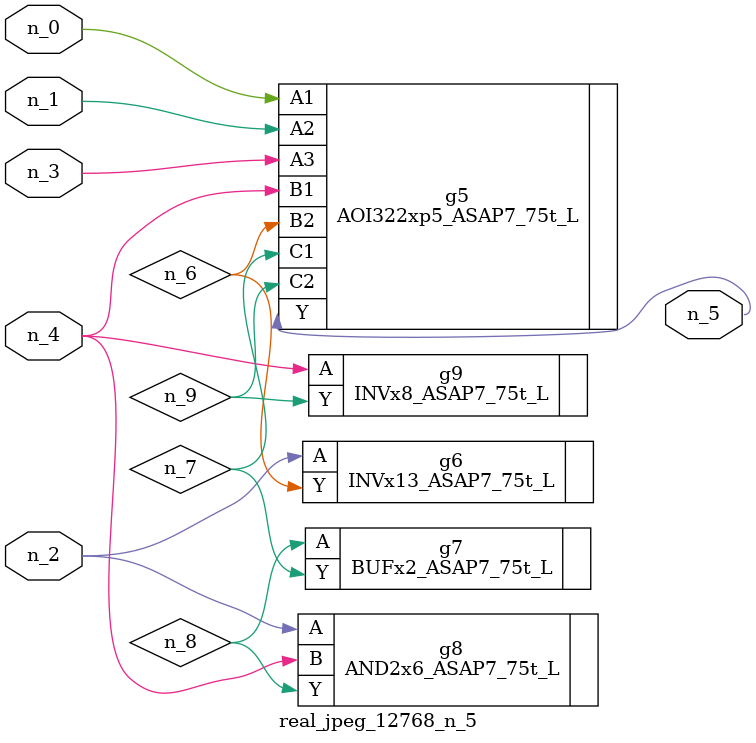
<source format=v>
module real_jpeg_12768_n_5 (n_4, n_0, n_1, n_2, n_3, n_5);

input n_4;
input n_0;
input n_1;
input n_2;
input n_3;

output n_5;

wire n_8;
wire n_6;
wire n_7;
wire n_9;

AOI322xp5_ASAP7_75t_L g5 ( 
.A1(n_0),
.A2(n_1),
.A3(n_3),
.B1(n_4),
.B2(n_6),
.C1(n_7),
.C2(n_9),
.Y(n_5)
);

INVx13_ASAP7_75t_L g6 ( 
.A(n_2),
.Y(n_6)
);

AND2x6_ASAP7_75t_L g8 ( 
.A(n_2),
.B(n_4),
.Y(n_8)
);

INVx8_ASAP7_75t_L g9 ( 
.A(n_4),
.Y(n_9)
);

BUFx2_ASAP7_75t_L g7 ( 
.A(n_8),
.Y(n_7)
);


endmodule
</source>
